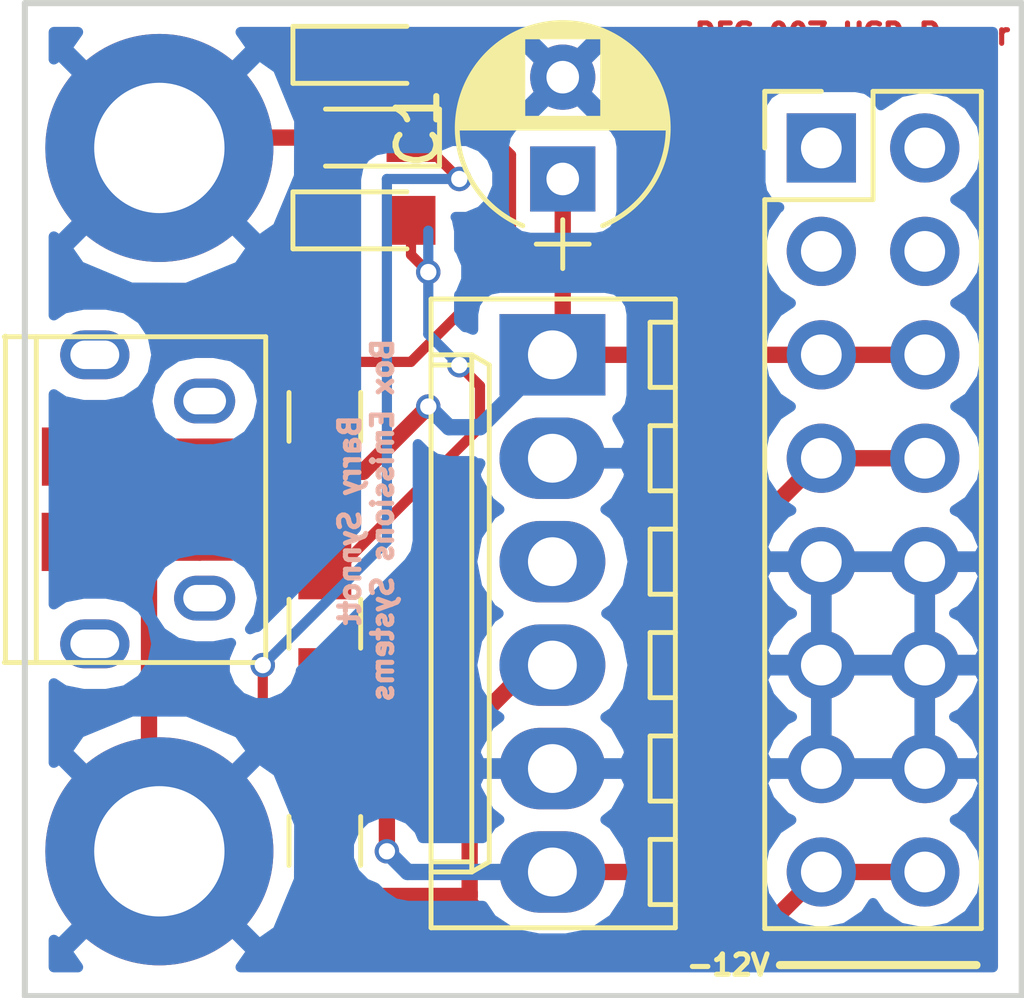
<source format=kicad_pcb>
(kicad_pcb (version 4) (host pcbnew 4.0.4-stable)

  (general
    (links 29)
    (no_connects 0)
    (area 43.480667 41.453 84.535334 68.375)
    (thickness 1.6)
    (drawings 8)
    (tracks 68)
    (zones 0)
    (modules 12)
    (nets 8)
  )

  (page A4)
  (layers
    (0 F.Cu signal)
    (31 B.Cu signal hide)
    (32 B.Adhes user)
    (33 F.Adhes user)
    (34 B.Paste user)
    (35 F.Paste user)
    (36 B.SilkS user)
    (37 F.SilkS user)
    (38 B.Mask user)
    (39 F.Mask user)
    (40 Dwgs.User user)
    (41 Cmts.User user)
    (42 Eco1.User user)
    (43 Eco2.User user)
    (44 Edge.Cuts user)
    (45 Margin user)
    (46 B.CrtYd user)
    (47 F.CrtYd user)
    (48 B.Fab user)
    (49 F.Fab user)
  )

  (setup
    (last_trace_width 0.25)
    (trace_clearance 0.2)
    (zone_clearance 0.508)
    (zone_45_only no)
    (trace_min 0.2)
    (segment_width 0.2)
    (edge_width 0.15)
    (via_size 0.6)
    (via_drill 0.4)
    (via_min_size 0.4)
    (via_min_drill 0.3)
    (uvia_size 0.3)
    (uvia_drill 0.1)
    (uvias_allowed no)
    (uvia_min_size 0.2)
    (uvia_min_drill 0.1)
    (pcb_text_width 0.3)
    (pcb_text_size 1.5 1.5)
    (mod_edge_width 0.15)
    (mod_text_size 1 1)
    (mod_text_width 0.15)
    (pad_size 1.524 1.524)
    (pad_drill 0.762)
    (pad_to_mask_clearance 0.2)
    (aux_axis_origin 0 0)
    (visible_elements 7FFFFF7F)
    (pcbplotparams
      (layerselection 0x00030_80000001)
      (usegerberextensions false)
      (excludeedgelayer true)
      (linewidth 0.100000)
      (plotframeref false)
      (viasonmask false)
      (mode 1)
      (useauxorigin false)
      (hpglpennumber 1)
      (hpglpenspeed 20)
      (hpglpendiameter 15)
      (hpglpenoverlay 2)
      (psnegative false)
      (psa4output false)
      (plotreference true)
      (plotvalue true)
      (plotinvisibletext false)
      (padsonsilk false)
      (subtractmaskfromsilk false)
      (outputformat 1)
      (mirror false)
      (drillshape 1)
      (scaleselection 1)
      (outputdirectory ""))
  )

  (net 0 "")
  (net 1 +5V)
  (net 2 GND)
  (net 3 "Net-(D1-Pad2)")
  (net 4 "Net-(D2-Pad1)")
  (net 5 "Net-(D3-Pad2)")
  (net 6 +12V)
  (net 7 VDD)

  (net_class Default "This is the default net class."
    (clearance 0.2)
    (trace_width 0.25)
    (via_dia 0.6)
    (via_drill 0.4)
    (uvia_dia 0.3)
    (uvia_drill 0.1)
    (add_net "Net-(D1-Pad2)")
    (add_net "Net-(D2-Pad1)")
    (add_net "Net-(D3-Pad2)")
  )

  (net_class PWR ""
    (clearance 0.2)
    (trace_width 0.4)
    (via_dia 0.6)
    (via_drill 0.4)
    (uvia_dia 0.3)
    (uvia_drill 0.1)
    (add_net +12V)
    (add_net +5V)
    (add_net GND)
    (add_net VDD)
  )

  (module Connect:USB_Micro-B_10103594-0001LF (layer F.Cu) (tedit 58B2338E) (tstamp 58B033FE)
    (at 61.468 54.864 270)
    (descr "Micro USB Type B 10103594-0001LF")
    (tags "USB USB_B USB_micro USB_OTG")
    (path /58B02DAE)
    (attr smd)
    (fp_text reference P3 (at -1.5 -4.62 270) (layer F.SilkS) hide
      (effects (font (size 1 1) (thickness 0.15)))
    )
    (fp_text value USB_B (at 0 6.17 270) (layer F.Fab) hide
      (effects (font (size 1 1) (thickness 0.15)))
    )
    (fp_line (start -4.25 -3.4) (end 4.25 -3.4) (layer F.CrtYd) (width 0.05))
    (fp_line (start 4.25 -3.4) (end 4.25 3.38) (layer F.CrtYd) (width 0.05))
    (fp_line (start 4.25 3.36288) (end -4.25 3.36288) (layer F.CrtYd) (width 0.05))
    (fp_line (start -4.25 3.38) (end -4.25 -3.4) (layer F.CrtYd) (width 0.05))
    (fp_line (start -4.01524 3.27036) (end 3.98476 3.27036) (layer F.SilkS) (width 0.12))
    (fp_line (start -4 -3.12) (end 4 -3.12) (layer F.SilkS) (width 0.12))
    (fp_line (start 4 -3.12) (end 4 3.3) (layer F.SilkS) (width 0.12))
    (fp_line (start 4 2.5132) (end -4 2.5132) (layer F.SilkS) (width 0.12))
    (fp_line (start -4 3.3) (end -4 -3.12) (layer F.SilkS) (width 0.12))
    (pad 1 smd rect (at -1.3 -1.5) (size 1.65 0.4) (layers F.Cu F.Paste F.Mask)
      (net 1 +5V))
    (pad 2 smd rect (at -0.65 -1.5) (size 1.65 0.4) (layers F.Cu F.Paste F.Mask))
    (pad 3 smd rect (at 0 -1.5) (size 1.65 0.4) (layers F.Cu F.Paste F.Mask))
    (pad 4 smd rect (at 0.65 -1.5) (size 1.65 0.4) (layers F.Cu F.Paste F.Mask)
      (net 2 GND))
    (pad 5 smd rect (at 1.3 -1.5) (size 1.65 0.4) (layers F.Cu F.Paste F.Mask)
      (net 2 GND))
    (pad 6 thru_hole oval (at -2.42 -1.62) (size 1.5 1.1) (drill oval 1.05 0.65) (layers *.Cu *.Mask))
    (pad 6 thru_hole oval (at 2.42 -1.62) (size 1.5 1.1) (drill oval 1.05 0.65) (layers *.Cu *.Mask))
    (pad 6 thru_hole oval (at -3.556 1.07696) (size 1.7 1.2) (drill oval 1.2 0.7) (layers *.Cu *.Mask))
    (pad 6 thru_hole oval (at 3.54076 1.07696) (size 1.7 1.2) (drill oval 1.2 0.7) (layers *.Cu *.Mask))
    (pad 6 smd rect (at -1.05664 1.37668) (size 2 1.43) (layers F.Cu F.Paste F.Mask))
    (pad 6 smd rect (at 1.0382 1.38176) (size 2 1.43) (layers F.Cu F.Paste F.Mask))
  )

  (module Connectors_Molex:Molex_KK-6410-06_06x2.54mm_Straight (layer F.Cu) (tedit 58B0A722) (tstamp 58B033E6)
    (at 71.628 51.308 270)
    (descr "Connector Headers with Friction Lock, 22-27-2061, http://www.molex.com/pdm_docs/sd/022272021_sd.pdf")
    (tags "connector molex kk_6410 22-27-2061")
    (path /58B02DF8)
    (fp_text reference P2 (at 1 -4.5 270) (layer F.SilkS) hide
      (effects (font (size 1 1) (thickness 0.15)))
    )
    (fp_text value CONN_01X06 (at 6.35 4.5 270) (layer F.Fab) hide
      (effects (font (size 1 1) (thickness 0.15)))
    )
    (fp_line (start -1.37 -3.02) (end -1.37 2.98) (layer F.SilkS) (width 0.12))
    (fp_line (start -1.37 2.98) (end 14.07 2.98) (layer F.SilkS) (width 0.12))
    (fp_line (start 14.07 2.98) (end 14.07 -3.02) (layer F.SilkS) (width 0.12))
    (fp_line (start 14.07 -3.02) (end -1.37 -3.02) (layer F.SilkS) (width 0.12))
    (fp_line (start 0 2.98) (end 0 1.98) (layer F.SilkS) (width 0.12))
    (fp_line (start 0 1.98) (end 12.7 1.98) (layer F.SilkS) (width 0.12))
    (fp_line (start 12.7 1.98) (end 12.7 2.98) (layer F.SilkS) (width 0.12))
    (fp_line (start 0 1.98) (end 0.25 1.55) (layer F.SilkS) (width 0.12))
    (fp_line (start 0.25 1.55) (end 12.45 1.55) (layer F.SilkS) (width 0.12))
    (fp_line (start 12.45 1.55) (end 12.7 1.98) (layer F.SilkS) (width 0.12))
    (fp_line (start 0.25 2.98) (end 0.25 1.98) (layer F.SilkS) (width 0.12))
    (fp_line (start 12.45 2.98) (end 12.45 1.98) (layer F.SilkS) (width 0.12))
    (fp_line (start -0.8 -3.02) (end -0.8 -2.4) (layer F.SilkS) (width 0.12))
    (fp_line (start -0.8 -2.4) (end 0.8 -2.4) (layer F.SilkS) (width 0.12))
    (fp_line (start 0.8 -2.4) (end 0.8 -3.02) (layer F.SilkS) (width 0.12))
    (fp_line (start 1.74 -3.02) (end 1.74 -2.4) (layer F.SilkS) (width 0.12))
    (fp_line (start 1.74 -2.4) (end 3.34 -2.4) (layer F.SilkS) (width 0.12))
    (fp_line (start 3.34 -2.4) (end 3.34 -3.02) (layer F.SilkS) (width 0.12))
    (fp_line (start 4.28 -3.02) (end 4.28 -2.4) (layer F.SilkS) (width 0.12))
    (fp_line (start 4.28 -2.4) (end 5.88 -2.4) (layer F.SilkS) (width 0.12))
    (fp_line (start 5.88 -2.4) (end 5.88 -3.02) (layer F.SilkS) (width 0.12))
    (fp_line (start 6.82 -3.02) (end 6.82 -2.4) (layer F.SilkS) (width 0.12))
    (fp_line (start 6.82 -2.4) (end 8.42 -2.4) (layer F.SilkS) (width 0.12))
    (fp_line (start 8.42 -2.4) (end 8.42 -3.02) (layer F.SilkS) (width 0.12))
    (fp_line (start 9.36 -3.02) (end 9.36 -2.4) (layer F.SilkS) (width 0.12))
    (fp_line (start 9.36 -2.4) (end 10.96 -2.4) (layer F.SilkS) (width 0.12))
    (fp_line (start 10.96 -2.4) (end 10.96 -3.02) (layer F.SilkS) (width 0.12))
    (fp_line (start 11.9 -3.02) (end 11.9 -2.4) (layer F.SilkS) (width 0.12))
    (fp_line (start 11.9 -2.4) (end 13.5 -2.4) (layer F.SilkS) (width 0.12))
    (fp_line (start 13.5 -2.4) (end 13.5 -3.02) (layer F.SilkS) (width 0.12))
    (fp_line (start -1.9 3.5) (end -1.9 -3.55) (layer F.CrtYd) (width 0.05))
    (fp_line (start -1.9 -3.55) (end 14.6 -3.55) (layer F.CrtYd) (width 0.05))
    (fp_line (start 14.6 -3.55) (end 14.6 3.5) (layer F.CrtYd) (width 0.05))
    (fp_line (start 14.6 3.5) (end -1.9 3.5) (layer F.CrtYd) (width 0.05))
    (pad 1 thru_hole rect (at 0 0 270) (size 2 2.6) (drill 1.2) (layers *.Cu *.Mask)
      (net 1 +5V))
    (pad 2 thru_hole oval (at 2.54 0 270) (size 2 2.6) (drill 1.2) (layers *.Cu *.Mask)
      (net 2 GND))
    (pad 3 thru_hole oval (at 5.08 0 270) (size 2 2.6) (drill 1.2) (layers *.Cu *.Mask))
    (pad 4 thru_hole oval (at 7.62 0 270) (size 2 2.6) (drill 1.2) (layers *.Cu *.Mask)
      (net 7 VDD))
    (pad 5 thru_hole oval (at 10.16 0 270) (size 2 2.6) (drill 1.2) (layers *.Cu *.Mask)
      (net 2 GND))
    (pad 6 thru_hole oval (at 12.7 0 270) (size 2 2.6) (drill 1.2) (layers *.Cu *.Mask)
      (net 6 +12V))
  )

  (module Resistors_SMD:R_0805_HandSoldering (layer F.Cu) (tedit 58B23381) (tstamp 58B0340F)
    (at 66.04 57.912 270)
    (descr "Resistor SMD 0805, hand soldering")
    (tags "resistor 0805")
    (path /58B02ECC)
    (attr smd)
    (fp_text reference R1 (at 0 -1.7 270) (layer F.SilkS) hide
      (effects (font (size 1 1) (thickness 0.15)))
    )
    (fp_text value R (at 0 1.75 270) (layer F.Fab) hide
      (effects (font (size 1 1) (thickness 0.15)))
    )
    (fp_text user %R (at 0 -1.7 270) (layer F.Fab) hide
      (effects (font (size 1 1) (thickness 0.15)))
    )
    (fp_line (start -1 0.62) (end -1 -0.62) (layer F.Fab) (width 0.1))
    (fp_line (start 1 0.62) (end -1 0.62) (layer F.Fab) (width 0.1))
    (fp_line (start 1 -0.62) (end 1 0.62) (layer F.Fab) (width 0.1))
    (fp_line (start -1 -0.62) (end 1 -0.62) (layer F.Fab) (width 0.1))
    (fp_line (start 0.6 0.88) (end -0.6 0.88) (layer F.SilkS) (width 0.12))
    (fp_line (start -0.6 -0.88) (end 0.6 -0.88) (layer F.SilkS) (width 0.12))
    (fp_line (start -2.35 -0.9) (end 2.35 -0.9) (layer F.CrtYd) (width 0.05))
    (fp_line (start -2.35 -0.9) (end -2.35 0.9) (layer F.CrtYd) (width 0.05))
    (fp_line (start 2.35 0.9) (end 2.35 -0.9) (layer F.CrtYd) (width 0.05))
    (fp_line (start 2.35 0.9) (end -2.35 0.9) (layer F.CrtYd) (width 0.05))
    (pad 1 smd rect (at -1.35 0 270) (size 1.5 1.3) (layers F.Cu F.Paste F.Mask)
      (net 3 "Net-(D1-Pad2)"))
    (pad 2 smd rect (at 1.35 0 270) (size 1.5 1.3) (layers F.Cu F.Paste F.Mask)
      (net 6 +12V))
    (model Resistors_SMD.3dshapes/R_0805.wrl
      (at (xyz 0 0 0))
      (scale (xyz 1 1 1))
      (rotate (xyz 0 0 0))
    )
  )

  (module Resistors_SMD:R_0805_HandSoldering (layer F.Cu) (tedit 58B233A6) (tstamp 58B03420)
    (at 66.04 63.246 270)
    (descr "Resistor SMD 0805, hand soldering")
    (tags "resistor 0805")
    (path /58B02F0C)
    (attr smd)
    (fp_text reference R2 (at 0 -1.7 270) (layer F.SilkS) hide
      (effects (font (size 1 1) (thickness 0.15)))
    )
    (fp_text value R (at 0 1.75 270) (layer F.Fab)
      (effects (font (size 1 1) (thickness 0.15)))
    )
    (fp_text user %R (at 0 -1.7 270) (layer F.Fab) hide
      (effects (font (size 1 1) (thickness 0.15)))
    )
    (fp_line (start -1 0.62) (end -1 -0.62) (layer F.Fab) (width 0.1))
    (fp_line (start 1 0.62) (end -1 0.62) (layer F.Fab) (width 0.1))
    (fp_line (start 1 -0.62) (end 1 0.62) (layer F.Fab) (width 0.1))
    (fp_line (start -1 -0.62) (end 1 -0.62) (layer F.Fab) (width 0.1))
    (fp_line (start 0.6 0.88) (end -0.6 0.88) (layer F.SilkS) (width 0.12))
    (fp_line (start -0.6 -0.88) (end 0.6 -0.88) (layer F.SilkS) (width 0.12))
    (fp_line (start -2.35 -0.9) (end 2.35 -0.9) (layer F.CrtYd) (width 0.05))
    (fp_line (start -2.35 -0.9) (end -2.35 0.9) (layer F.CrtYd) (width 0.05))
    (fp_line (start 2.35 0.9) (end 2.35 -0.9) (layer F.CrtYd) (width 0.05))
    (fp_line (start 2.35 0.9) (end -2.35 0.9) (layer F.CrtYd) (width 0.05))
    (pad 1 smd rect (at -1.35 0 270) (size 1.5 1.3) (layers F.Cu F.Paste F.Mask)
      (net 4 "Net-(D2-Pad1)"))
    (pad 2 smd rect (at 1.35 0 270) (size 1.5 1.3) (layers F.Cu F.Paste F.Mask)
      (net 7 VDD))
    (model Resistors_SMD.3dshapes/R_0805.wrl
      (at (xyz 0 0 0))
      (scale (xyz 1 1 1))
      (rotate (xyz 0 0 0))
    )
  )

  (module Resistors_SMD:R_0805_HandSoldering (layer F.Cu) (tedit 58B23386) (tstamp 58B03431)
    (at 66.04 52.832 270)
    (descr "Resistor SMD 0805, hand soldering")
    (tags "resistor 0805")
    (path /58B02F36)
    (attr smd)
    (fp_text reference R3 (at 0 -1.7 270) (layer F.SilkS) hide
      (effects (font (size 1 1) (thickness 0.15)))
    )
    (fp_text value R (at 0 1.75 270) (layer F.Fab) hide
      (effects (font (size 1 1) (thickness 0.15)))
    )
    (fp_text user %R (at 0 -1.7 270) (layer F.Fab) hide
      (effects (font (size 1 1) (thickness 0.15)))
    )
    (fp_line (start -1 0.62) (end -1 -0.62) (layer F.Fab) (width 0.1))
    (fp_line (start 1 0.62) (end -1 0.62) (layer F.Fab) (width 0.1))
    (fp_line (start 1 -0.62) (end 1 0.62) (layer F.Fab) (width 0.1))
    (fp_line (start -1 -0.62) (end 1 -0.62) (layer F.Fab) (width 0.1))
    (fp_line (start 0.6 0.88) (end -0.6 0.88) (layer F.SilkS) (width 0.12))
    (fp_line (start -0.6 -0.88) (end 0.6 -0.88) (layer F.SilkS) (width 0.12))
    (fp_line (start -2.35 -0.9) (end 2.35 -0.9) (layer F.CrtYd) (width 0.05))
    (fp_line (start -2.35 -0.9) (end -2.35 0.9) (layer F.CrtYd) (width 0.05))
    (fp_line (start 2.35 0.9) (end 2.35 -0.9) (layer F.CrtYd) (width 0.05))
    (fp_line (start 2.35 0.9) (end -2.35 0.9) (layer F.CrtYd) (width 0.05))
    (pad 1 smd rect (at -1.35 0 270) (size 1.5 1.3) (layers F.Cu F.Paste F.Mask)
      (net 5 "Net-(D3-Pad2)"))
    (pad 2 smd rect (at 1.35 0 270) (size 1.5 1.3) (layers F.Cu F.Paste F.Mask)
      (net 1 +5V))
    (model Resistors_SMD.3dshapes/R_0805.wrl
      (at (xyz 0 0 0))
      (scale (xyz 1 1 1))
      (rotate (xyz 0 0 0))
    )
  )

  (module Capacitors_ThroughHole:CP_Radial_D5.0mm_P2.50mm (layer F.Cu) (tedit 5A7A10BE) (tstamp 58B0A66D)
    (at 71.882 46.99 90)
    (descr "CP, Radial series, Radial, pin pitch=2.50mm, , diameter=5mm, Electrolytic Capacitor")
    (tags "CP Radial series Radial pin pitch 2.50mm  diameter 5mm Electrolytic Capacitor")
    (path /58B0310C)
    (fp_text reference C1 (at 1.25 -3.56 90) (layer F.SilkS)
      (effects (font (size 1 1) (thickness 0.15)))
    )
    (fp_text value CP1 (at 1.25 3.56 90) (layer F.Fab) hide
      (effects (font (size 1 1) (thickness 0.15)))
    )
    (fp_arc (start 1.25 0) (end -1.147436 -0.98) (angle 135.5) (layer F.SilkS) (width 0.12))
    (fp_arc (start 1.25 0) (end -1.147436 0.98) (angle -135.5) (layer F.SilkS) (width 0.12))
    (fp_arc (start 1.25 0) (end 3.647436 -0.98) (angle 44.5) (layer F.SilkS) (width 0.12))
    (fp_circle (center 1.25 0) (end 3.75 0) (layer F.Fab) (width 0.1))
    (fp_line (start -2.2 0) (end -1 0) (layer F.Fab) (width 0.1))
    (fp_line (start -1.6 -0.65) (end -1.6 0.65) (layer F.Fab) (width 0.1))
    (fp_line (start 1.25 -2.55) (end 1.25 2.55) (layer F.SilkS) (width 0.12))
    (fp_line (start 1.29 -2.55) (end 1.29 2.55) (layer F.SilkS) (width 0.12))
    (fp_line (start 1.33 -2.549) (end 1.33 2.549) (layer F.SilkS) (width 0.12))
    (fp_line (start 1.37 -2.548) (end 1.37 2.548) (layer F.SilkS) (width 0.12))
    (fp_line (start 1.41 -2.546) (end 1.41 2.546) (layer F.SilkS) (width 0.12))
    (fp_line (start 1.45 -2.543) (end 1.45 2.543) (layer F.SilkS) (width 0.12))
    (fp_line (start 1.49 -2.539) (end 1.49 2.539) (layer F.SilkS) (width 0.12))
    (fp_line (start 1.53 -2.535) (end 1.53 -0.98) (layer F.SilkS) (width 0.12))
    (fp_line (start 1.53 0.98) (end 1.53 2.535) (layer F.SilkS) (width 0.12))
    (fp_line (start 1.57 -2.531) (end 1.57 -0.98) (layer F.SilkS) (width 0.12))
    (fp_line (start 1.57 0.98) (end 1.57 2.531) (layer F.SilkS) (width 0.12))
    (fp_line (start 1.61 -2.525) (end 1.61 -0.98) (layer F.SilkS) (width 0.12))
    (fp_line (start 1.61 0.98) (end 1.61 2.525) (layer F.SilkS) (width 0.12))
    (fp_line (start 1.65 -2.519) (end 1.65 -0.98) (layer F.SilkS) (width 0.12))
    (fp_line (start 1.65 0.98) (end 1.65 2.519) (layer F.SilkS) (width 0.12))
    (fp_line (start 1.69 -2.513) (end 1.69 -0.98) (layer F.SilkS) (width 0.12))
    (fp_line (start 1.69 0.98) (end 1.69 2.513) (layer F.SilkS) (width 0.12))
    (fp_line (start 1.73 -2.506) (end 1.73 -0.98) (layer F.SilkS) (width 0.12))
    (fp_line (start 1.73 0.98) (end 1.73 2.506) (layer F.SilkS) (width 0.12))
    (fp_line (start 1.77 -2.498) (end 1.77 -0.98) (layer F.SilkS) (width 0.12))
    (fp_line (start 1.77 0.98) (end 1.77 2.498) (layer F.SilkS) (width 0.12))
    (fp_line (start 1.81 -2.489) (end 1.81 -0.98) (layer F.SilkS) (width 0.12))
    (fp_line (start 1.81 0.98) (end 1.81 2.489) (layer F.SilkS) (width 0.12))
    (fp_line (start 1.85 -2.48) (end 1.85 -0.98) (layer F.SilkS) (width 0.12))
    (fp_line (start 1.85 0.98) (end 1.85 2.48) (layer F.SilkS) (width 0.12))
    (fp_line (start 1.89 -2.47) (end 1.89 -0.98) (layer F.SilkS) (width 0.12))
    (fp_line (start 1.89 0.98) (end 1.89 2.47) (layer F.SilkS) (width 0.12))
    (fp_line (start 1.93 -2.46) (end 1.93 -0.98) (layer F.SilkS) (width 0.12))
    (fp_line (start 1.93 0.98) (end 1.93 2.46) (layer F.SilkS) (width 0.12))
    (fp_line (start 1.971 -2.448) (end 1.971 -0.98) (layer F.SilkS) (width 0.12))
    (fp_line (start 1.971 0.98) (end 1.971 2.448) (layer F.SilkS) (width 0.12))
    (fp_line (start 2.011 -2.436) (end 2.011 -0.98) (layer F.SilkS) (width 0.12))
    (fp_line (start 2.011 0.98) (end 2.011 2.436) (layer F.SilkS) (width 0.12))
    (fp_line (start 2.051 -2.424) (end 2.051 -0.98) (layer F.SilkS) (width 0.12))
    (fp_line (start 2.051 0.98) (end 2.051 2.424) (layer F.SilkS) (width 0.12))
    (fp_line (start 2.091 -2.41) (end 2.091 -0.98) (layer F.SilkS) (width 0.12))
    (fp_line (start 2.091 0.98) (end 2.091 2.41) (layer F.SilkS) (width 0.12))
    (fp_line (start 2.131 -2.396) (end 2.131 -0.98) (layer F.SilkS) (width 0.12))
    (fp_line (start 2.131 0.98) (end 2.131 2.396) (layer F.SilkS) (width 0.12))
    (fp_line (start 2.171 -2.382) (end 2.171 -0.98) (layer F.SilkS) (width 0.12))
    (fp_line (start 2.171 0.98) (end 2.171 2.382) (layer F.SilkS) (width 0.12))
    (fp_line (start 2.211 -2.366) (end 2.211 -0.98) (layer F.SilkS) (width 0.12))
    (fp_line (start 2.211 0.98) (end 2.211 2.366) (layer F.SilkS) (width 0.12))
    (fp_line (start 2.251 -2.35) (end 2.251 -0.98) (layer F.SilkS) (width 0.12))
    (fp_line (start 2.251 0.98) (end 2.251 2.35) (layer F.SilkS) (width 0.12))
    (fp_line (start 2.291 -2.333) (end 2.291 -0.98) (layer F.SilkS) (width 0.12))
    (fp_line (start 2.291 0.98) (end 2.291 2.333) (layer F.SilkS) (width 0.12))
    (fp_line (start 2.331 -2.315) (end 2.331 -0.98) (layer F.SilkS) (width 0.12))
    (fp_line (start 2.331 0.98) (end 2.331 2.315) (layer F.SilkS) (width 0.12))
    (fp_line (start 2.371 -2.296) (end 2.371 -0.98) (layer F.SilkS) (width 0.12))
    (fp_line (start 2.371 0.98) (end 2.371 2.296) (layer F.SilkS) (width 0.12))
    (fp_line (start 2.411 -2.276) (end 2.411 -0.98) (layer F.SilkS) (width 0.12))
    (fp_line (start 2.411 0.98) (end 2.411 2.276) (layer F.SilkS) (width 0.12))
    (fp_line (start 2.451 -2.256) (end 2.451 -0.98) (layer F.SilkS) (width 0.12))
    (fp_line (start 2.451 0.98) (end 2.451 2.256) (layer F.SilkS) (width 0.12))
    (fp_line (start 2.491 -2.234) (end 2.491 -0.98) (layer F.SilkS) (width 0.12))
    (fp_line (start 2.491 0.98) (end 2.491 2.234) (layer F.SilkS) (width 0.12))
    (fp_line (start 2.531 -2.212) (end 2.531 -0.98) (layer F.SilkS) (width 0.12))
    (fp_line (start 2.531 0.98) (end 2.531 2.212) (layer F.SilkS) (width 0.12))
    (fp_line (start 2.571 -2.189) (end 2.571 -0.98) (layer F.SilkS) (width 0.12))
    (fp_line (start 2.571 0.98) (end 2.571 2.189) (layer F.SilkS) (width 0.12))
    (fp_line (start 2.611 -2.165) (end 2.611 -0.98) (layer F.SilkS) (width 0.12))
    (fp_line (start 2.611 0.98) (end 2.611 2.165) (layer F.SilkS) (width 0.12))
    (fp_line (start 2.651 -2.14) (end 2.651 -0.98) (layer F.SilkS) (width 0.12))
    (fp_line (start 2.651 0.98) (end 2.651 2.14) (layer F.SilkS) (width 0.12))
    (fp_line (start 2.691 -2.113) (end 2.691 -0.98) (layer F.SilkS) (width 0.12))
    (fp_line (start 2.691 0.98) (end 2.691 2.113) (layer F.SilkS) (width 0.12))
    (fp_line (start 2.731 -2.086) (end 2.731 -0.98) (layer F.SilkS) (width 0.12))
    (fp_line (start 2.731 0.98) (end 2.731 2.086) (layer F.SilkS) (width 0.12))
    (fp_line (start 2.771 -2.058) (end 2.771 -0.98) (layer F.SilkS) (width 0.12))
    (fp_line (start 2.771 0.98) (end 2.771 2.058) (layer F.SilkS) (width 0.12))
    (fp_line (start 2.811 -2.028) (end 2.811 -0.98) (layer F.SilkS) (width 0.12))
    (fp_line (start 2.811 0.98) (end 2.811 2.028) (layer F.SilkS) (width 0.12))
    (fp_line (start 2.851 -1.997) (end 2.851 -0.98) (layer F.SilkS) (width 0.12))
    (fp_line (start 2.851 0.98) (end 2.851 1.997) (layer F.SilkS) (width 0.12))
    (fp_line (start 2.891 -1.965) (end 2.891 -0.98) (layer F.SilkS) (width 0.12))
    (fp_line (start 2.891 0.98) (end 2.891 1.965) (layer F.SilkS) (width 0.12))
    (fp_line (start 2.931 -1.932) (end 2.931 -0.98) (layer F.SilkS) (width 0.12))
    (fp_line (start 2.931 0.98) (end 2.931 1.932) (layer F.SilkS) (width 0.12))
    (fp_line (start 2.971 -1.897) (end 2.971 -0.98) (layer F.SilkS) (width 0.12))
    (fp_line (start 2.971 0.98) (end 2.971 1.897) (layer F.SilkS) (width 0.12))
    (fp_line (start 3.011 -1.861) (end 3.011 -0.98) (layer F.SilkS) (width 0.12))
    (fp_line (start 3.011 0.98) (end 3.011 1.861) (layer F.SilkS) (width 0.12))
    (fp_line (start 3.051 -1.823) (end 3.051 -0.98) (layer F.SilkS) (width 0.12))
    (fp_line (start 3.051 0.98) (end 3.051 1.823) (layer F.SilkS) (width 0.12))
    (fp_line (start 3.091 -1.783) (end 3.091 -0.98) (layer F.SilkS) (width 0.12))
    (fp_line (start 3.091 0.98) (end 3.091 1.783) (layer F.SilkS) (width 0.12))
    (fp_line (start 3.131 -1.742) (end 3.131 -0.98) (layer F.SilkS) (width 0.12))
    (fp_line (start 3.131 0.98) (end 3.131 1.742) (layer F.SilkS) (width 0.12))
    (fp_line (start 3.171 -1.699) (end 3.171 -0.98) (layer F.SilkS) (width 0.12))
    (fp_line (start 3.171 0.98) (end 3.171 1.699) (layer F.SilkS) (width 0.12))
    (fp_line (start 3.211 -1.654) (end 3.211 -0.98) (layer F.SilkS) (width 0.12))
    (fp_line (start 3.211 0.98) (end 3.211 1.654) (layer F.SilkS) (width 0.12))
    (fp_line (start 3.251 -1.606) (end 3.251 -0.98) (layer F.SilkS) (width 0.12))
    (fp_line (start 3.251 0.98) (end 3.251 1.606) (layer F.SilkS) (width 0.12))
    (fp_line (start 3.291 -1.556) (end 3.291 -0.98) (layer F.SilkS) (width 0.12))
    (fp_line (start 3.291 0.98) (end 3.291 1.556) (layer F.SilkS) (width 0.12))
    (fp_line (start 3.331 -1.504) (end 3.331 -0.98) (layer F.SilkS) (width 0.12))
    (fp_line (start 3.331 0.98) (end 3.331 1.504) (layer F.SilkS) (width 0.12))
    (fp_line (start 3.371 -1.448) (end 3.371 -0.98) (layer F.SilkS) (width 0.12))
    (fp_line (start 3.371 0.98) (end 3.371 1.448) (layer F.SilkS) (width 0.12))
    (fp_line (start 3.411 -1.39) (end 3.411 -0.98) (layer F.SilkS) (width 0.12))
    (fp_line (start 3.411 0.98) (end 3.411 1.39) (layer F.SilkS) (width 0.12))
    (fp_line (start 3.451 -1.327) (end 3.451 -0.98) (layer F.SilkS) (width 0.12))
    (fp_line (start 3.451 0.98) (end 3.451 1.327) (layer F.SilkS) (width 0.12))
    (fp_line (start 3.491 -1.261) (end 3.491 1.261) (layer F.SilkS) (width 0.12))
    (fp_line (start 3.531 -1.189) (end 3.531 1.189) (layer F.SilkS) (width 0.12))
    (fp_line (start 3.571 -1.112) (end 3.571 1.112) (layer F.SilkS) (width 0.12))
    (fp_line (start 3.611 -1.028) (end 3.611 1.028) (layer F.SilkS) (width 0.12))
    (fp_line (start 3.651 -0.934) (end 3.651 0.934) (layer F.SilkS) (width 0.12))
    (fp_line (start 3.691 -0.829) (end 3.691 0.829) (layer F.SilkS) (width 0.12))
    (fp_line (start 3.731 -0.707) (end 3.731 0.707) (layer F.SilkS) (width 0.12))
    (fp_line (start 3.771 -0.559) (end 3.771 0.559) (layer F.SilkS) (width 0.12))
    (fp_line (start 3.811 -0.354) (end 3.811 0.354) (layer F.SilkS) (width 0.12))
    (fp_line (start -2.2 0) (end -1 0) (layer F.SilkS) (width 0.12))
    (fp_line (start -1.6 -0.65) (end -1.6 0.65) (layer F.SilkS) (width 0.12))
    (fp_line (start -1.6 -2.85) (end -1.6 2.85) (layer F.CrtYd) (width 0.05))
    (fp_line (start -1.6 2.85) (end 4.1 2.85) (layer F.CrtYd) (width 0.05))
    (fp_line (start 4.1 2.85) (end 4.1 -2.85) (layer F.CrtYd) (width 0.05))
    (fp_line (start 4.1 -2.85) (end -1.6 -2.85) (layer F.CrtYd) (width 0.05))
    (pad 1 thru_hole rect (at 0 0 90) (size 1.6 1.6) (drill 0.8) (layers *.Cu *.Mask)
      (net 1 +5V))
    (pad 2 thru_hole circle (at 2.5 0 90) (size 1.6 1.6) (drill 0.8) (layers *.Cu *.Mask)
      (net 2 GND))
    (model Capacitors_THT.3dshapes/CP_Radial_D5.0mm_P2.50mm.wrl
      (at (xyz 0 0 0))
      (scale (xyz 0.393701 0.393701 0.393701))
      (rotate (xyz 0 0 0))
    )
  )

  (module LEDs:LED_0805 (layer F.Cu) (tedit 58B2332E) (tstamp 58B0A6F0)
    (at 67.056 48.006)
    (descr "LED 0805 smd package")
    (tags "LED led 0805 SMD smd SMT smt smdled SMDLED smtled SMTLED")
    (path /58B02E54)
    (attr smd)
    (fp_text reference D1 (at 0 -1.45) (layer F.SilkS) hide
      (effects (font (size 1 1) (thickness 0.15)))
    )
    (fp_text value LED (at 0 1.55) (layer F.Fab) hide
      (effects (font (size 1 1) (thickness 0.15)))
    )
    (fp_line (start -1.8 -0.7) (end -1.8 0.7) (layer F.SilkS) (width 0.12))
    (fp_line (start -0.4 -0.4) (end -0.4 0.4) (layer F.Fab) (width 0.1))
    (fp_line (start -0.4 0) (end 0.2 -0.4) (layer F.Fab) (width 0.1))
    (fp_line (start 0.2 0.4) (end -0.4 0) (layer F.Fab) (width 0.1))
    (fp_line (start 0.2 -0.4) (end 0.2 0.4) (layer F.Fab) (width 0.1))
    (fp_line (start 1 0.6) (end -1 0.6) (layer F.Fab) (width 0.1))
    (fp_line (start 1 -0.6) (end 1 0.6) (layer F.Fab) (width 0.1))
    (fp_line (start -1 -0.6) (end 1 -0.6) (layer F.Fab) (width 0.1))
    (fp_line (start -1 0.6) (end -1 -0.6) (layer F.Fab) (width 0.1))
    (fp_line (start -1.8 0.7) (end 1 0.7) (layer F.SilkS) (width 0.12))
    (fp_line (start -1.8 -0.7) (end 1 -0.7) (layer F.SilkS) (width 0.12))
    (fp_line (start 1.95 -0.85) (end 1.95 0.85) (layer F.CrtYd) (width 0.05))
    (fp_line (start 1.95 0.85) (end -1.95 0.85) (layer F.CrtYd) (width 0.05))
    (fp_line (start -1.95 0.85) (end -1.95 -0.85) (layer F.CrtYd) (width 0.05))
    (fp_line (start -1.95 -0.85) (end 1.95 -0.85) (layer F.CrtYd) (width 0.05))
    (pad 2 smd rect (at 1.1 0 180) (size 1.2 1.2) (layers F.Cu F.Paste F.Mask)
      (net 3 "Net-(D1-Pad2)"))
    (pad 1 smd rect (at -1.1 0 180) (size 1.2 1.2) (layers F.Cu F.Paste F.Mask)
      (net 2 GND))
    (model LEDs.3dshapes/LED_0805.wrl
      (at (xyz 0 0 0))
      (scale (xyz 1 1 1))
      (rotate (xyz 0 0 180))
    )
  )

  (module LEDs:LED_0805 (layer F.Cu) (tedit 58B23331) (tstamp 58B0A704)
    (at 67.056 45.974 180)
    (descr "LED 0805 smd package")
    (tags "LED led 0805 SMD smd SMT smt smdled SMDLED smtled SMTLED")
    (path /58B02E81)
    (attr smd)
    (fp_text reference D2 (at 0 -1.45 180) (layer F.SilkS) hide
      (effects (font (size 1 1) (thickness 0.15)))
    )
    (fp_text value LED (at 0 1.55 180) (layer F.Fab) hide
      (effects (font (size 1 1) (thickness 0.15)))
    )
    (fp_line (start -1.8 -0.7) (end -1.8 0.7) (layer F.SilkS) (width 0.12))
    (fp_line (start -0.4 -0.4) (end -0.4 0.4) (layer F.Fab) (width 0.1))
    (fp_line (start -0.4 0) (end 0.2 -0.4) (layer F.Fab) (width 0.1))
    (fp_line (start 0.2 0.4) (end -0.4 0) (layer F.Fab) (width 0.1))
    (fp_line (start 0.2 -0.4) (end 0.2 0.4) (layer F.Fab) (width 0.1))
    (fp_line (start 1 0.6) (end -1 0.6) (layer F.Fab) (width 0.1))
    (fp_line (start 1 -0.6) (end 1 0.6) (layer F.Fab) (width 0.1))
    (fp_line (start -1 -0.6) (end 1 -0.6) (layer F.Fab) (width 0.1))
    (fp_line (start -1 0.6) (end -1 -0.6) (layer F.Fab) (width 0.1))
    (fp_line (start -1.8 0.7) (end 1 0.7) (layer F.SilkS) (width 0.12))
    (fp_line (start -1.8 -0.7) (end 1 -0.7) (layer F.SilkS) (width 0.12))
    (fp_line (start 1.95 -0.85) (end 1.95 0.85) (layer F.CrtYd) (width 0.05))
    (fp_line (start 1.95 0.85) (end -1.95 0.85) (layer F.CrtYd) (width 0.05))
    (fp_line (start -1.95 0.85) (end -1.95 -0.85) (layer F.CrtYd) (width 0.05))
    (fp_line (start -1.95 -0.85) (end 1.95 -0.85) (layer F.CrtYd) (width 0.05))
    (pad 2 smd rect (at 1.1 0) (size 1.2 1.2) (layers F.Cu F.Paste F.Mask)
      (net 2 GND))
    (pad 1 smd rect (at -1.1 0) (size 1.2 1.2) (layers F.Cu F.Paste F.Mask)
      (net 4 "Net-(D2-Pad1)"))
    (model LEDs.3dshapes/LED_0805.wrl
      (at (xyz 0 0 0))
      (scale (xyz 1 1 1))
      (rotate (xyz 0 0 180))
    )
  )

  (module LEDs:LED_0805 (layer F.Cu) (tedit 58B233BA) (tstamp 58B0A718)
    (at 67.056 43.942)
    (descr "LED 0805 smd package")
    (tags "LED led 0805 SMD smd SMT smt smdled SMDLED smtled SMTLED")
    (path /58B02EA6)
    (attr smd)
    (fp_text reference D3 (at 0 -1.45) (layer F.SilkS) hide
      (effects (font (size 1 1) (thickness 0.15)))
    )
    (fp_text value LED (at 0 1.55) (layer F.Fab) hide
      (effects (font (size 1 1) (thickness 0.15)))
    )
    (fp_line (start -1.8 -0.7) (end -1.8 0.7) (layer F.SilkS) (width 0.12))
    (fp_line (start -0.4 -0.4) (end -0.4 0.4) (layer F.Fab) (width 0.1))
    (fp_line (start -0.4 0) (end 0.2 -0.4) (layer F.Fab) (width 0.1))
    (fp_line (start 0.2 0.4) (end -0.4 0) (layer F.Fab) (width 0.1))
    (fp_line (start 0.2 -0.4) (end 0.2 0.4) (layer F.Fab) (width 0.1))
    (fp_line (start 1 0.6) (end -1 0.6) (layer F.Fab) (width 0.1))
    (fp_line (start 1 -0.6) (end 1 0.6) (layer F.Fab) (width 0.1))
    (fp_line (start -1 -0.6) (end 1 -0.6) (layer F.Fab) (width 0.1))
    (fp_line (start -1 0.6) (end -1 -0.6) (layer F.Fab) (width 0.1))
    (fp_line (start -1.8 0.7) (end 1 0.7) (layer F.SilkS) (width 0.12))
    (fp_line (start -1.8 -0.7) (end 1 -0.7) (layer F.SilkS) (width 0.12))
    (fp_line (start 1.95 -0.85) (end 1.95 0.85) (layer F.CrtYd) (width 0.05))
    (fp_line (start 1.95 0.85) (end -1.95 0.85) (layer F.CrtYd) (width 0.05))
    (fp_line (start -1.95 0.85) (end -1.95 -0.85) (layer F.CrtYd) (width 0.05))
    (fp_line (start -1.95 -0.85) (end 1.95 -0.85) (layer F.CrtYd) (width 0.05))
    (pad 2 smd rect (at 1.1 0 180) (size 1.2 1.2) (layers F.Cu F.Paste F.Mask)
      (net 5 "Net-(D3-Pad2)"))
    (pad 1 smd rect (at -1.1 0 180) (size 1.2 1.2) (layers F.Cu F.Paste F.Mask)
      (net 2 GND))
    (model LEDs.3dshapes/LED_0805.wrl
      (at (xyz 0 0 0))
      (scale (xyz 1 1 1))
      (rotate (xyz 0 0 180))
    )
  )

  (module Pin_Headers:Pin_Header_Straight_2x08_Pitch2.54mm (layer F.Cu) (tedit 58B233BD) (tstamp 58B0A72C)
    (at 78.232 46.228)
    (descr "Through hole straight pin header, 2x08, 2.54mm pitch, double rows")
    (tags "Through hole pin header THT 2x08 2.54mm double row")
    (path /58B02E29)
    (fp_text reference P1 (at 1.27 -2.39) (layer F.SilkS) hide
      (effects (font (size 1 1) (thickness 0.15)))
    )
    (fp_text value CONN_02X08 (at 1.27 20.17) (layer F.Fab) hide
      (effects (font (size 1 1) (thickness 0.15)))
    )
    (fp_line (start -1.27 -1.27) (end -1.27 19.05) (layer F.Fab) (width 0.1))
    (fp_line (start -1.27 19.05) (end 3.81 19.05) (layer F.Fab) (width 0.1))
    (fp_line (start 3.81 19.05) (end 3.81 -1.27) (layer F.Fab) (width 0.1))
    (fp_line (start 3.81 -1.27) (end -1.27 -1.27) (layer F.Fab) (width 0.1))
    (fp_line (start -1.39 1.27) (end -1.39 19.17) (layer F.SilkS) (width 0.12))
    (fp_line (start -1.39 19.17) (end 3.93 19.17) (layer F.SilkS) (width 0.12))
    (fp_line (start 3.93 19.17) (end 3.93 -1.39) (layer F.SilkS) (width 0.12))
    (fp_line (start 3.93 -1.39) (end 1.27 -1.39) (layer F.SilkS) (width 0.12))
    (fp_line (start 1.27 -1.39) (end 1.27 1.27) (layer F.SilkS) (width 0.12))
    (fp_line (start 1.27 1.27) (end -1.39 1.27) (layer F.SilkS) (width 0.12))
    (fp_line (start -1.39 0) (end -1.39 -1.39) (layer F.SilkS) (width 0.12))
    (fp_line (start -1.39 -1.39) (end 0 -1.39) (layer F.SilkS) (width 0.12))
    (fp_line (start -1.6 -1.6) (end -1.6 19.3) (layer F.CrtYd) (width 0.05))
    (fp_line (start -1.6 19.3) (end 4.1 19.3) (layer F.CrtYd) (width 0.05))
    (fp_line (start 4.1 19.3) (end 4.1 -1.6) (layer F.CrtYd) (width 0.05))
    (fp_line (start 4.1 -1.6) (end -1.6 -1.6) (layer F.CrtYd) (width 0.05))
    (pad 1 thru_hole rect (at 0 0) (size 1.7 1.7) (drill 1) (layers *.Cu *.Mask))
    (pad 2 thru_hole oval (at 2.54 0) (size 1.7 1.7) (drill 1) (layers *.Cu *.Mask))
    (pad 3 thru_hole oval (at 0 2.54) (size 1.7 1.7) (drill 1) (layers *.Cu *.Mask))
    (pad 4 thru_hole oval (at 2.54 2.54) (size 1.7 1.7) (drill 1) (layers *.Cu *.Mask))
    (pad 5 thru_hole oval (at 0 5.08) (size 1.7 1.7) (drill 1) (layers *.Cu *.Mask)
      (net 1 +5V))
    (pad 6 thru_hole oval (at 2.54 5.08) (size 1.7 1.7) (drill 1) (layers *.Cu *.Mask)
      (net 1 +5V))
    (pad 7 thru_hole oval (at 0 7.62) (size 1.7 1.7) (drill 1) (layers *.Cu *.Mask)
      (net 6 +12V))
    (pad 8 thru_hole oval (at 2.54 7.62) (size 1.7 1.7) (drill 1) (layers *.Cu *.Mask)
      (net 6 +12V))
    (pad 9 thru_hole oval (at 0 10.16) (size 1.7 1.7) (drill 1) (layers *.Cu *.Mask)
      (net 2 GND))
    (pad 10 thru_hole oval (at 2.54 10.16) (size 1.7 1.7) (drill 1) (layers *.Cu *.Mask)
      (net 2 GND))
    (pad 11 thru_hole oval (at 0 12.7) (size 1.7 1.7) (drill 1) (layers *.Cu *.Mask)
      (net 2 GND))
    (pad 12 thru_hole oval (at 2.54 12.7) (size 1.7 1.7) (drill 1) (layers *.Cu *.Mask)
      (net 2 GND))
    (pad 13 thru_hole oval (at 0 15.24) (size 1.7 1.7) (drill 1) (layers *.Cu *.Mask)
      (net 2 GND))
    (pad 14 thru_hole oval (at 2.54 15.24) (size 1.7 1.7) (drill 1) (layers *.Cu *.Mask)
      (net 2 GND))
    (pad 15 thru_hole oval (at 0 17.78) (size 1.7 1.7) (drill 1) (layers *.Cu *.Mask)
      (net 7 VDD))
    (pad 16 thru_hole oval (at 2.54 17.78) (size 1.7 1.7) (drill 1) (layers *.Cu *.Mask)
      (net 7 VDD))
    (model Pin_Headers.3dshapes/Pin_Header_Straight_2x08_Pitch2.54mm.wrl
      (at (xyz 0.05 -0.35 0))
      (scale (xyz 1 1 1))
      (rotate (xyz 0 0 90))
    )
  )

  (module Mounting_Holes:MountingHole_3.2mm_M3_DIN965_Pad (layer F.Cu) (tedit 58B0A6ED) (tstamp 58B0A755)
    (at 61.976 46.228)
    (descr "Mounting Hole 3.2mm, M3, DIN965")
    (tags "mounting hole 3.2mm m3 din965")
    (path /58B0AA18)
    (fp_text reference P4 (at 0 -3.8) (layer F.SilkS) hide
      (effects (font (size 1 1) (thickness 0.15)))
    )
    (fp_text value CONN_01X01 (at -13.462 2.54) (layer F.Fab) hide
      (effects (font (size 1 1) (thickness 0.15)))
    )
    (fp_circle (center 0 0) (end 2.8 0) (layer Cmts.User) (width 0.15))
    (fp_circle (center 0 0) (end 3.05 0) (layer F.CrtYd) (width 0.05))
    (pad 1 thru_hole circle (at 0 0) (size 5.6 5.6) (drill 3.2) (layers *.Cu *.Mask)
      (net 2 GND))
  )

  (module Mounting_Holes:MountingHole_3.2mm_M3_DIN965_Pad (layer F.Cu) (tedit 58B23397) (tstamp 58B0A75C)
    (at 61.976 63.5)
    (descr "Mounting Hole 3.2mm, M3, DIN965")
    (tags "mounting hole 3.2mm m3 din965")
    (path /58B0AA8A)
    (fp_text reference P5 (at 0 -3.8) (layer F.SilkS) hide
      (effects (font (size 1 1) (thickness 0.15)))
    )
    (fp_text value CONN_01X01 (at 0 3.8) (layer F.Fab) hide
      (effects (font (size 1 1) (thickness 0.15)))
    )
    (fp_circle (center 0 0) (end 2.8 0) (layer Cmts.User) (width 0.15))
    (fp_circle (center 0 0) (end 3.05 0) (layer F.CrtYd) (width 0.05))
    (pad 1 thru_hole circle (at 0 0) (size 5.6 5.6) (drill 3.2) (layers *.Cu *.Mask)
      (net 2 GND))
  )

  (gr_text "BES 007 USB Power" (at 78.994 43.434) (layer F.Cu)
    (effects (font (size 0.5 0.5) (thickness 0.125)))
  )
  (gr_text "Barry Synnott\nBox Emissions Systems" (at 67.056 55.372 90) (layer B.SilkS)
    (effects (font (size 0.5 0.5) (thickness 0.125)) (justify mirror))
  )
  (gr_text -12V (at 75.946 66.294) (layer F.SilkS)
    (effects (font (size 0.5 0.5) (thickness 0.125)))
  )
  (gr_line (start 77.216 66.294) (end 82.042 66.294) (angle 90) (layer F.SilkS) (width 0.2))
  (gr_line (start 58.674 67.05) (end 58.674 42.67) (angle 90) (layer Edge.Cuts) (width 0.15))
  (gr_line (start 83.154 67.056) (end 58.674 67.056) (angle 90) (layer Edge.Cuts) (width 0.15))
  (gr_line (start 83.154 42.67) (end 83.154 67.05) (angle 90) (layer Edge.Cuts) (width 0.15))
  (gr_line (start 58.674 42.672) (end 83.154 42.672) (angle 90) (layer Edge.Cuts) (width 0.15))

  (segment (start 66.04 54.182) (end 66.976 54.182) (width 0.4) (layer F.Cu) (net 1))
  (segment (start 69.85 53.086) (end 71.628 51.308) (width 0.4) (layer B.Cu) (net 1) (tstamp 58B2391B))
  (segment (start 69.088 53.086) (end 69.85 53.086) (width 0.4) (layer B.Cu) (net 1) (tstamp 58B23908))
  (segment (start 68.58 52.578) (end 69.088 53.086) (width 0.4) (layer B.Cu) (net 1) (tstamp 58B23907))
  (via (at 68.58 52.578) (size 0.6) (drill 0.4) (layers F.Cu B.Cu) (net 1))
  (segment (start 66.976 54.182) (end 68.58 52.578) (width 0.4) (layer F.Cu) (net 1) (tstamp 58B238FE))
  (segment (start 62.968 53.564) (end 65.422 53.564) (width 0.4) (layer F.Cu) (net 1))
  (segment (start 65.422 53.564) (end 66.04 54.182) (width 0.4) (layer F.Cu) (net 1) (tstamp 58B238B7))
  (segment (start 71.374 46.99) (end 71.882 46.99) (width 0.4) (layer B.Cu) (net 1) (tstamp 58B236B6))
  (segment (start 71.628 51.308) (end 78.232 51.308) (width 0.4) (layer F.Cu) (net 1))
  (segment (start 80.772 51.308) (end 78.232 51.308) (width 0.4) (layer F.Cu) (net 1))
  (segment (start 71.628 51.308) (end 71.882 51.054) (width 0.4) (layer F.Cu) (net 1) (tstamp 58B234BA))
  (segment (start 71.882 51.054) (end 71.882 46.99) (width 0.4) (layer F.Cu) (net 1) (tstamp 58B234BB))
  (segment (start 62.968 56.164) (end 61.946 56.164) (width 0.4) (layer F.Cu) (net 2))
  (segment (start 61.722 56.388) (end 61.722 63.246) (width 0.4) (layer F.Cu) (net 2) (tstamp 58B238A1))
  (segment (start 61.946 56.164) (end 61.722 56.388) (width 0.4) (layer F.Cu) (net 2) (tstamp 58B2389D))
  (segment (start 61.722 63.246) (end 61.976 63.5) (width 0.4) (layer F.Cu) (net 2) (tstamp 58B238A7))
  (segment (start 62.968 56.164) (end 62.968 55.514) (width 0.4) (layer F.Cu) (net 2))
  (segment (start 65.956 45.974) (end 62.23 45.974) (width 0.4) (layer F.Cu) (net 2))
  (segment (start 62.23 45.974) (end 61.976 46.228) (width 0.4) (layer F.Cu) (net 2) (tstamp 58B23605))
  (segment (start 65.956 43.942) (end 65.956 45.974) (width 0.4) (layer F.Cu) (net 2))
  (segment (start 65.956 45.974) (end 65.956 48.006) (width 0.4) (layer F.Cu) (net 2) (tstamp 58B23601))
  (segment (start 68.156 48.006) (end 68.156 48.852) (width 0.25) (layer F.Cu) (net 3))
  (via (at 68.58 49.276) (size 0.6) (drill 0.4) (layers F.Cu B.Cu) (net 3))
  (segment (start 68.156 48.852) (end 68.58 49.276) (width 0.25) (layer F.Cu) (net 3) (tstamp 58B23543))
  (segment (start 66.04 56.562) (end 66.374 56.562) (width 0.25) (layer F.Cu) (net 3))
  (segment (start 66.374 56.562) (end 69.85 53.086) (width 0.25) (layer F.Cu) (net 3) (tstamp 58B234E5))
  (segment (start 69.85 53.086) (end 69.85 52.07) (width 0.25) (layer F.Cu) (net 3) (tstamp 58B234E6))
  (segment (start 69.85 52.07) (end 69.342 51.562) (width 0.25) (layer F.Cu) (net 3) (tstamp 58B234EE))
  (via (at 69.342 51.562) (size 0.6) (drill 0.4) (layers F.Cu B.Cu) (net 3))
  (segment (start 69.342 51.562) (end 68.58 50.8) (width 0.25) (layer B.Cu) (net 3) (tstamp 58B234F1))
  (segment (start 68.58 50.8) (end 68.58 49.276) (width 0.25) (layer B.Cu) (net 3) (tstamp 58B234F2))
  (segment (start 68.58 49.276) (end 68.58 48.26) (width 0.25) (layer B.Cu) (net 3) (tstamp 58B2354E))
  (segment (start 66.04 61.896) (end 66.04 61.722) (width 0.25) (layer F.Cu) (net 4))
  (segment (start 66.04 61.722) (end 64.516 60.198) (width 0.25) (layer F.Cu) (net 4) (tstamp 58B23502))
  (segment (start 64.516 60.198) (end 64.516 58.928) (width 0.25) (layer F.Cu) (net 4) (tstamp 58B23506))
  (via (at 64.516 58.928) (size 0.6) (drill 0.4) (layers F.Cu B.Cu) (net 4))
  (segment (start 64.516 58.928) (end 67.564 55.88) (width 0.25) (layer B.Cu) (net 4) (tstamp 58B2350E))
  (segment (start 67.564 55.88) (end 67.564 46.99) (width 0.25) (layer B.Cu) (net 4) (tstamp 58B2350F))
  (segment (start 67.564 46.99) (end 69.342 46.99) (width 0.25) (layer B.Cu) (net 4) (tstamp 58B23528))
  (via (at 69.342 46.99) (size 0.6) (drill 0.4) (layers F.Cu B.Cu) (net 4))
  (segment (start 69.342 46.99) (end 68.326 45.974) (width 0.25) (layer F.Cu) (net 4) (tstamp 58B2353D))
  (segment (start 68.326 45.974) (end 68.156 45.974) (width 0.25) (layer F.Cu) (net 4) (tstamp 58B2353E))
  (segment (start 66.04 51.482) (end 68.152 51.482) (width 0.25) (layer F.Cu) (net 5))
  (segment (start 70.612 46.398) (end 68.156 43.942) (width 0.25) (layer F.Cu) (net 5) (tstamp 58B234E1))
  (segment (start 70.612 49.022) (end 70.612 46.398) (width 0.25) (layer F.Cu) (net 5) (tstamp 58B234DF))
  (segment (start 68.152 51.482) (end 70.612 49.022) (width 0.25) (layer F.Cu) (net 5) (tstamp 58B234DD))
  (segment (start 78.232 53.848) (end 80.772 53.848) (width 0.4) (layer F.Cu) (net 6))
  (segment (start 66.04 59.262) (end 66.12 59.262) (width 0.4) (layer F.Cu) (net 6))
  (segment (start 66.12 59.262) (end 67.564 60.706) (width 0.4) (layer F.Cu) (net 6) (tstamp 58B234D6))
  (segment (start 67.564 60.706) (end 67.564 63.5) (width 0.4) (layer F.Cu) (net 6) (tstamp 58B234D7))
  (via (at 67.564 63.5) (size 0.6) (drill 0.4) (layers F.Cu B.Cu) (net 6))
  (segment (start 67.564 63.5) (end 68.072 64.008) (width 0.4) (layer B.Cu) (net 6) (tstamp 58B234D9))
  (segment (start 68.072 64.008) (end 71.628 64.008) (width 0.4) (layer B.Cu) (net 6) (tstamp 58B234DA))
  (segment (start 71.628 64.008) (end 75.184 64.008) (width 0.4) (layer F.Cu) (net 6))
  (segment (start 76.454 55.626) (end 78.232 53.848) (width 0.4) (layer F.Cu) (net 6) (tstamp 58B234D1))
  (segment (start 76.454 62.738) (end 76.454 55.626) (width 0.4) (layer F.Cu) (net 6) (tstamp 58B234D0))
  (segment (start 75.184 64.008) (end 76.454 62.738) (width 0.4) (layer F.Cu) (net 6) (tstamp 58B234CF))
  (segment (start 66.04 64.596) (end 69.596 64.596) (width 0.4) (layer F.Cu) (net 7))
  (segment (start 69.596 64.596) (end 69.596 64.516) (width 0.4) (layer F.Cu) (net 7) (tstamp 58B234CA))
  (segment (start 71.628 58.928) (end 71.12 58.928) (width 0.4) (layer F.Cu) (net 7))
  (segment (start 71.12 58.928) (end 69.596 60.452) (width 0.4) (layer F.Cu) (net 7) (tstamp 58B234C0))
  (segment (start 69.596 60.452) (end 69.596 64.516) (width 0.4) (layer F.Cu) (net 7) (tstamp 58B234C1))
  (segment (start 69.596 64.516) (end 69.596 64.77) (width 0.4) (layer F.Cu) (net 7) (tstamp 58B234CD))
  (segment (start 69.596 64.77) (end 70.612 65.786) (width 0.4) (layer F.Cu) (net 7) (tstamp 58B234C2))
  (segment (start 70.612 65.786) (end 76.454 65.786) (width 0.4) (layer F.Cu) (net 7) (tstamp 58B234C3))
  (segment (start 76.454 65.786) (end 78.232 64.008) (width 0.4) (layer F.Cu) (net 7) (tstamp 58B234C4))
  (segment (start 78.232 64.008) (end 80.772 64.008) (width 0.4) (layer F.Cu) (net 7) (tstamp 58B234C6))

  (zone (net 2) (net_name GND) (layer B.Cu) (tstamp 58B235DB) (hatch edge 0.508)
    (connect_pads (clearance 0.508))
    (min_thickness 0.254)
    (fill yes (arc_segments 16) (thermal_gap 0.508) (thermal_bridge_width 0.508))
    (polygon
      (pts
        (xy 83.058 66.802) (xy 58.674 66.802) (xy 58.674 42.926) (xy 83.058 42.926)
      )
    )
    (filled_polygon
      (pts
        (xy 59.703265 43.77566) (xy 61.976 46.048395) (xy 64.248735 43.77566) (xy 63.972712 43.382) (xy 71.084059 43.382)
        (xy 71.053861 43.482255) (xy 71.882 44.310395) (xy 72.710139 43.482255) (xy 72.679941 43.382) (xy 82.444 43.382)
        (xy 82.444 66.346) (xy 63.972712 66.346) (xy 64.248735 65.95234) (xy 61.976 63.679605) (xy 59.703265 65.95234)
        (xy 59.979288 66.346) (xy 59.384 66.346) (xy 59.384 65.674809) (xy 59.52366 65.772735) (xy 61.796395 63.5)
        (xy 62.155605 63.5) (xy 64.42834 65.772735) (xy 64.882203 65.454499) (xy 65.408936 64.193566) (xy 65.41046 63.685167)
        (xy 66.628838 63.685167) (xy 66.770883 64.028943) (xy 67.033673 64.292192) (xy 67.275909 64.392778) (xy 67.481565 64.598434)
        (xy 67.617012 64.688936) (xy 67.752459 64.779439) (xy 68.072 64.843) (xy 69.919406 64.843) (xy 70.133971 65.16412)
        (xy 70.664404 65.518543) (xy 71.290091 65.643) (xy 71.965909 65.643) (xy 72.591596 65.518543) (xy 73.122029 65.16412)
        (xy 73.476452 64.633687) (xy 73.600909 64.008) (xy 76.717907 64.008) (xy 76.830946 64.576285) (xy 77.152853 65.058054)
        (xy 77.634622 65.379961) (xy 78.202907 65.493) (xy 78.261093 65.493) (xy 78.829378 65.379961) (xy 79.311147 65.058054)
        (xy 79.502 64.772422) (xy 79.692853 65.058054) (xy 80.174622 65.379961) (xy 80.742907 65.493) (xy 80.801093 65.493)
        (xy 81.369378 65.379961) (xy 81.851147 65.058054) (xy 82.173054 64.576285) (xy 82.286093 64.008) (xy 82.173054 63.439715)
        (xy 81.851147 62.957946) (xy 81.510447 62.730298) (xy 81.653358 62.663183) (xy 82.043645 62.234924) (xy 82.213476 61.82489)
        (xy 82.092155 61.595) (xy 80.899 61.595) (xy 80.899 61.615) (xy 80.645 61.615) (xy 80.645 61.595)
        (xy 78.359 61.595) (xy 78.359 61.615) (xy 78.105 61.615) (xy 78.105 61.595) (xy 76.911845 61.595)
        (xy 76.790524 61.82489) (xy 76.960355 62.234924) (xy 77.350642 62.663183) (xy 77.493553 62.730298) (xy 77.152853 62.957946)
        (xy 76.830946 63.439715) (xy 76.717907 64.008) (xy 73.600909 64.008) (xy 73.476452 63.382313) (xy 73.122029 62.85188)
        (xy 72.931812 62.724781) (xy 73.173922 62.534317) (xy 73.487144 61.976355) (xy 73.518124 61.848434) (xy 73.398777 61.595)
        (xy 71.755 61.595) (xy 71.755 61.615) (xy 71.501 61.615) (xy 71.501 61.595) (xy 69.857223 61.595)
        (xy 69.737876 61.848434) (xy 69.768856 61.976355) (xy 70.082078 62.534317) (xy 70.324188 62.724781) (xy 70.133971 62.85188)
        (xy 69.919406 63.173) (xy 68.440558 63.173) (xy 68.357117 62.971057) (xy 68.094327 62.707808) (xy 67.750799 62.565162)
        (xy 67.378833 62.564838) (xy 67.035057 62.706883) (xy 66.771808 62.969673) (xy 66.629162 63.313201) (xy 66.628838 63.685167)
        (xy 65.41046 63.685167) (xy 65.413035 62.827044) (xy 64.893878 61.562973) (xy 64.882203 61.545501) (xy 64.42834 61.227265)
        (xy 62.155605 63.5) (xy 61.796395 63.5) (xy 59.52366 61.227265) (xy 59.384 61.325191) (xy 59.384 61.04766)
        (xy 59.703265 61.04766) (xy 61.976 63.320395) (xy 64.248735 61.04766) (xy 63.930499 60.593797) (xy 62.669566 60.067064)
        (xy 61.303044 60.062965) (xy 60.038973 60.582122) (xy 60.021501 60.593797) (xy 59.703265 61.04766) (xy 59.384 61.04766)
        (xy 59.384 59.375143) (xy 59.639333 59.545751) (xy 60.111947 59.63976) (xy 60.670133 59.63976) (xy 61.142747 59.545751)
        (xy 61.54341 59.278037) (xy 61.811124 58.877374) (xy 61.905133 58.40476) (xy 61.811124 57.932146) (xy 61.54341 57.531483)
        (xy 61.173025 57.284) (xy 61.675866 57.284) (xy 61.766069 57.73748) (xy 62.022944 58.121922) (xy 62.407386 58.378797)
        (xy 62.860866 58.469) (xy 63.315134 58.469) (xy 63.736273 58.38523) (xy 63.723808 58.397673) (xy 63.581162 58.741201)
        (xy 63.580838 59.113167) (xy 63.722883 59.456943) (xy 63.985673 59.720192) (xy 64.329201 59.862838) (xy 64.701167 59.863162)
        (xy 65.044943 59.721117) (xy 65.308192 59.458327) (xy 65.450838 59.114799) (xy 65.450879 59.067923) (xy 68.101401 56.417401)
        (xy 68.266148 56.170839) (xy 68.324 55.88) (xy 68.324 53.502869) (xy 68.497565 53.676434) (xy 68.633013 53.766937)
        (xy 68.768459 53.857439) (xy 69.088 53.921) (xy 69.693 53.921) (xy 69.693 53.975002) (xy 69.857222 53.975002)
        (xy 69.737876 54.228434) (xy 69.768856 54.356355) (xy 70.082078 54.914317) (xy 70.324188 55.104781) (xy 70.133971 55.23188)
        (xy 69.779548 55.762313) (xy 69.655091 56.388) (xy 69.779548 57.013687) (xy 70.133971 57.54412) (xy 70.304405 57.658)
        (xy 70.133971 57.77188) (xy 69.779548 58.302313) (xy 69.655091 58.928) (xy 69.779548 59.553687) (xy 70.133971 60.08412)
        (xy 70.324188 60.211219) (xy 70.082078 60.401683) (xy 69.768856 60.959645) (xy 69.737876 61.087566) (xy 69.857223 61.341)
        (xy 71.501 61.341) (xy 71.501 61.321) (xy 71.755 61.321) (xy 71.755 61.341) (xy 73.398777 61.341)
        (xy 73.518124 61.087566) (xy 73.487144 60.959645) (xy 73.173922 60.401683) (xy 72.931812 60.211219) (xy 73.122029 60.08412)
        (xy 73.476452 59.553687) (xy 73.529919 59.28489) (xy 76.790524 59.28489) (xy 76.960355 59.694924) (xy 77.350642 60.123183)
        (xy 77.509954 60.198) (xy 77.350642 60.272817) (xy 76.960355 60.701076) (xy 76.790524 61.11111) (xy 76.911845 61.341)
        (xy 78.105 61.341) (xy 78.105 59.055) (xy 78.359 59.055) (xy 78.359 61.341) (xy 80.645 61.341)
        (xy 80.645 59.055) (xy 80.899 59.055) (xy 80.899 61.341) (xy 82.092155 61.341) (xy 82.213476 61.11111)
        (xy 82.043645 60.701076) (xy 81.653358 60.272817) (xy 81.494046 60.198) (xy 81.653358 60.123183) (xy 82.043645 59.694924)
        (xy 82.213476 59.28489) (xy 82.092155 59.055) (xy 80.899 59.055) (xy 80.645 59.055) (xy 78.359 59.055)
        (xy 78.105 59.055) (xy 76.911845 59.055) (xy 76.790524 59.28489) (xy 73.529919 59.28489) (xy 73.600909 58.928)
        (xy 73.476452 58.302313) (xy 73.122029 57.77188) (xy 72.951595 57.658) (xy 73.122029 57.54412) (xy 73.476452 57.013687)
        (xy 73.529919 56.74489) (xy 76.790524 56.74489) (xy 76.960355 57.154924) (xy 77.350642 57.583183) (xy 77.509954 57.658)
        (xy 77.350642 57.732817) (xy 76.960355 58.161076) (xy 76.790524 58.57111) (xy 76.911845 58.801) (xy 78.105 58.801)
        (xy 78.105 56.515) (xy 78.359 56.515) (xy 78.359 58.801) (xy 80.645 58.801) (xy 80.645 56.515)
        (xy 80.899 56.515) (xy 80.899 58.801) (xy 82.092155 58.801) (xy 82.213476 58.57111) (xy 82.043645 58.161076)
        (xy 81.653358 57.732817) (xy 81.494046 57.658) (xy 81.653358 57.583183) (xy 82.043645 57.154924) (xy 82.213476 56.74489)
        (xy 82.092155 56.515) (xy 80.899 56.515) (xy 80.645 56.515) (xy 78.359 56.515) (xy 78.105 56.515)
        (xy 76.911845 56.515) (xy 76.790524 56.74489) (xy 73.529919 56.74489) (xy 73.600909 56.388) (xy 73.476452 55.762313)
        (xy 73.122029 55.23188) (xy 72.931812 55.104781) (xy 73.173922 54.914317) (xy 73.487144 54.356355) (xy 73.518124 54.228434)
        (xy 73.398777 53.975) (xy 71.755 53.975) (xy 71.755 53.995) (xy 71.501 53.995) (xy 71.501 53.975)
        (xy 71.481 53.975) (xy 71.481 53.721) (xy 71.501 53.721) (xy 71.501 53.701) (xy 71.755 53.701)
        (xy 71.755 53.721) (xy 73.398777 53.721) (xy 73.518124 53.467566) (xy 73.487144 53.339645) (xy 73.224505 52.871789)
        (xy 73.379441 52.77209) (xy 73.524431 52.55989) (xy 73.57544 52.308) (xy 73.57544 50.308) (xy 73.531162 50.072683)
        (xy 73.39209 49.856559) (xy 73.17989 49.711569) (xy 72.928 49.66056) (xy 70.328 49.66056) (xy 70.092683 49.704838)
        (xy 69.876559 49.84391) (xy 69.731569 50.05611) (xy 69.68056 50.308) (xy 69.68056 50.690179) (xy 69.528799 50.627162)
        (xy 69.481923 50.627121) (xy 69.34 50.485198) (xy 69.34 49.838463) (xy 69.372192 49.806327) (xy 69.514838 49.462799)
        (xy 69.515162 49.090833) (xy 69.381771 48.768) (xy 76.717907 48.768) (xy 76.830946 49.336285) (xy 77.152853 49.818054)
        (xy 77.482026 50.038) (xy 77.152853 50.257946) (xy 76.830946 50.739715) (xy 76.717907 51.308) (xy 76.830946 51.876285)
        (xy 77.152853 52.358054) (xy 77.482026 52.578) (xy 77.152853 52.797946) (xy 76.830946 53.279715) (xy 76.717907 53.848)
        (xy 76.830946 54.416285) (xy 77.152853 54.898054) (xy 77.493553 55.125702) (xy 77.350642 55.192817) (xy 76.960355 55.621076)
        (xy 76.790524 56.03111) (xy 76.911845 56.261) (xy 78.105 56.261) (xy 78.105 56.241) (xy 78.359 56.241)
        (xy 78.359 56.261) (xy 80.645 56.261) (xy 80.645 56.241) (xy 80.899 56.241) (xy 80.899 56.261)
        (xy 82.092155 56.261) (xy 82.213476 56.03111) (xy 82.043645 55.621076) (xy 81.653358 55.192817) (xy 81.510447 55.125702)
        (xy 81.851147 54.898054) (xy 82.173054 54.416285) (xy 82.286093 53.848) (xy 82.173054 53.279715) (xy 81.851147 52.797946)
        (xy 81.521974 52.578) (xy 81.851147 52.358054) (xy 82.173054 51.876285) (xy 82.286093 51.308) (xy 82.173054 50.739715)
        (xy 81.851147 50.257946) (xy 81.521974 50.038) (xy 81.851147 49.818054) (xy 82.173054 49.336285) (xy 82.286093 48.768)
        (xy 82.173054 48.199715) (xy 81.851147 47.717946) (xy 81.521974 47.498) (xy 81.851147 47.278054) (xy 82.173054 46.796285)
        (xy 82.286093 46.228) (xy 82.173054 45.659715) (xy 81.851147 45.177946) (xy 81.369378 44.856039) (xy 80.801093 44.743)
        (xy 80.742907 44.743) (xy 80.174622 44.856039) (xy 79.692853 45.177946) (xy 79.692029 45.179179) (xy 79.685162 45.142683)
        (xy 79.54609 44.926559) (xy 79.33389 44.781569) (xy 79.082 44.73056) (xy 77.382 44.73056) (xy 77.146683 44.774838)
        (xy 76.930559 44.91391) (xy 76.785569 45.12611) (xy 76.73456 45.378) (xy 76.73456 47.078) (xy 76.778838 47.313317)
        (xy 76.91791 47.529441) (xy 77.13011 47.674431) (xy 77.197541 47.688086) (xy 77.152853 47.717946) (xy 76.830946 48.199715)
        (xy 76.717907 48.768) (xy 69.381771 48.768) (xy 69.373117 48.747057) (xy 69.34 48.713882) (xy 69.34 48.26)
        (xy 69.282148 47.969161) (xy 69.252589 47.924923) (xy 69.527167 47.925162) (xy 69.870943 47.783117) (xy 70.134192 47.520327)
        (xy 70.276838 47.176799) (xy 70.277162 46.804833) (xy 70.135117 46.461057) (xy 69.872327 46.197808) (xy 69.853524 46.19)
        (xy 70.43456 46.19) (xy 70.43456 47.79) (xy 70.478838 48.025317) (xy 70.61791 48.241441) (xy 70.83011 48.386431)
        (xy 71.082 48.43744) (xy 72.682 48.43744) (xy 72.917317 48.393162) (xy 73.133441 48.25409) (xy 73.278431 48.04189)
        (xy 73.32944 47.79) (xy 73.32944 46.19) (xy 73.285162 45.954683) (xy 73.14609 45.738559) (xy 72.93389 45.593569)
        (xy 72.695799 45.545354) (xy 72.710139 45.497745) (xy 71.882 44.669605) (xy 71.053861 45.497745) (xy 71.068145 45.545167)
        (xy 70.846683 45.586838) (xy 70.630559 45.72591) (xy 70.485569 45.93811) (xy 70.43456 46.19) (xy 69.853524 46.19)
        (xy 69.528799 46.055162) (xy 69.156833 46.054838) (xy 68.813057 46.196883) (xy 68.779882 46.23) (xy 67.564 46.23)
        (xy 67.273161 46.287852) (xy 67.026599 46.452599) (xy 66.861852 46.699161) (xy 66.804 46.99) (xy 66.804 55.565198)
        (xy 64.37632 57.992878) (xy 64.330833 57.992838) (xy 64.204401 58.045079) (xy 64.409931 57.73748) (xy 64.500134 57.284)
        (xy 64.409931 56.83052) (xy 64.153056 56.446078) (xy 63.768614 56.189203) (xy 63.315134 56.099) (xy 62.860866 56.099)
        (xy 62.407386 56.189203) (xy 62.022944 56.446078) (xy 61.766069 56.83052) (xy 61.675866 57.284) (xy 61.173025 57.284)
        (xy 61.142747 57.263769) (xy 60.670133 57.16976) (xy 60.111947 57.16976) (xy 59.639333 57.263769) (xy 59.384 57.434377)
        (xy 59.384 52.278383) (xy 59.639333 52.448991) (xy 60.111947 52.543) (xy 60.670133 52.543) (xy 61.142747 52.448991)
        (xy 61.150216 52.444) (xy 61.675866 52.444) (xy 61.766069 52.89748) (xy 62.022944 53.281922) (xy 62.407386 53.538797)
        (xy 62.860866 53.629) (xy 63.315134 53.629) (xy 63.768614 53.538797) (xy 64.153056 53.281922) (xy 64.409931 52.89748)
        (xy 64.500134 52.444) (xy 64.409931 51.99052) (xy 64.153056 51.606078) (xy 63.768614 51.349203) (xy 63.315134 51.259)
        (xy 62.860866 51.259) (xy 62.407386 51.349203) (xy 62.022944 51.606078) (xy 61.766069 51.99052) (xy 61.675866 52.444)
        (xy 61.150216 52.444) (xy 61.54341 52.181277) (xy 61.811124 51.780614) (xy 61.905133 51.308) (xy 61.811124 50.835386)
        (xy 61.54341 50.434723) (xy 61.142747 50.167009) (xy 60.670133 50.073) (xy 60.111947 50.073) (xy 59.639333 50.167009)
        (xy 59.384 50.337617) (xy 59.384 48.68034) (xy 59.703265 48.68034) (xy 60.021501 49.134203) (xy 61.282434 49.660936)
        (xy 62.648956 49.665035) (xy 63.913027 49.145878) (xy 63.930499 49.134203) (xy 64.248735 48.68034) (xy 61.976 46.407605)
        (xy 59.703265 48.68034) (xy 59.384 48.68034) (xy 59.384 48.402809) (xy 59.52366 48.500735) (xy 61.796395 46.228)
        (xy 62.155605 46.228) (xy 64.42834 48.500735) (xy 64.882203 48.182499) (xy 65.408936 46.921566) (xy 65.413035 45.555044)
        (xy 64.893878 44.290973) (xy 64.882203 44.273501) (xy 64.881807 44.273223) (xy 70.435035 44.273223) (xy 70.462222 44.843454)
        (xy 70.628136 45.244005) (xy 70.874255 45.318139) (xy 71.702395 44.49) (xy 72.061605 44.49) (xy 72.889745 45.318139)
        (xy 73.135864 45.244005) (xy 73.328965 44.706777) (xy 73.301778 44.136546) (xy 73.135864 43.735995) (xy 72.889745 43.661861)
        (xy 72.061605 44.49) (xy 71.702395 44.49) (xy 70.874255 43.661861) (xy 70.628136 43.735995) (xy 70.435035 44.273223)
        (xy 64.881807 44.273223) (xy 64.42834 43.955265) (xy 62.155605 46.228) (xy 61.796395 46.228) (xy 59.52366 43.955265)
        (xy 59.384 44.053191) (xy 59.384 43.382) (xy 59.979288 43.382)
      )
    )
  )
)

</source>
